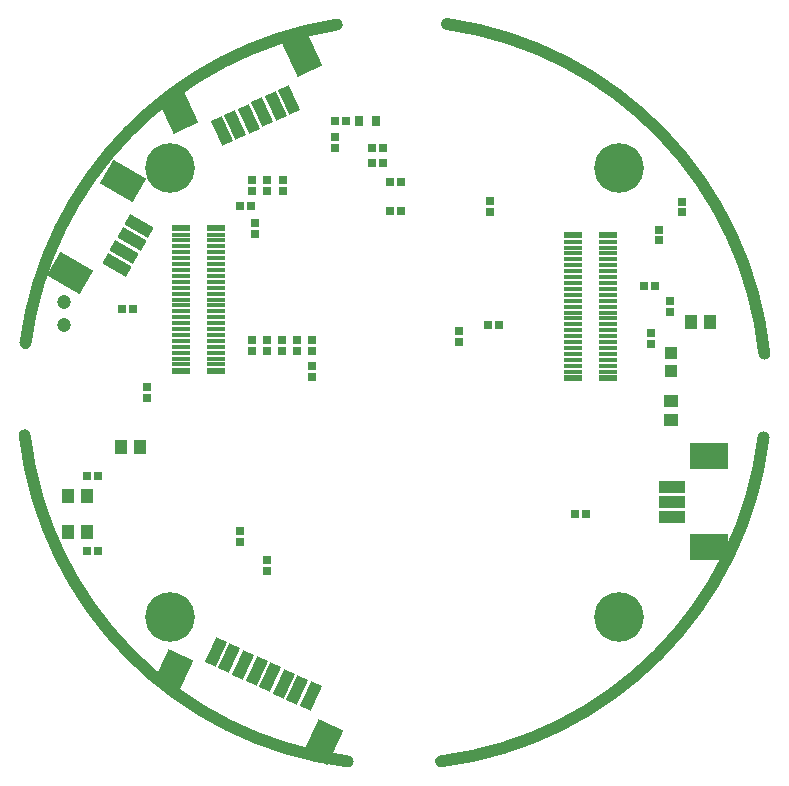
<source format=gbs>
G04*
G04 #@! TF.GenerationSoftware,Altium Limited,Altium Designer,20.0.2 (26)*
G04*
G04 Layer_Color=16711935*
%FSLAX44Y44*%
%MOMM*%
G71*
G01*
G75*
%ADD45C,1.0000*%
%ADD46R,1.0922X1.2192*%
%ADD47R,0.8032X0.7032*%
%ADD50R,0.7032X0.8032*%
%ADD70R,3.2032X2.3032*%
%ADD71R,2.3032X1.0032*%
%ADD73C,1.2032*%
G04:AMPARAMS|DCode=74|XSize=4.2032mm|YSize=4.2032mm|CornerRadius=2.1016mm|HoleSize=0mm|Usage=FLASHONLY|Rotation=0.000|XOffset=0mm|YOffset=0mm|HoleType=Round|Shape=RoundedRectangle|*
%AMROUNDEDRECTD74*
21,1,4.2032,0.0000,0,0,0.0*
21,1,0.0000,4.2032,0,0,0.0*
1,1,4.2032,0.0000,0.0000*
1,1,4.2032,0.0000,0.0000*
1,1,4.2032,0.0000,0.0000*
1,1,4.2032,0.0000,0.0000*
%
%ADD74ROUNDEDRECTD74*%
%ADD94R,1.0160X1.0160*%
G04:AMPARAMS|DCode=95|XSize=3.2032mm|YSize=2.3032mm|CornerRadius=0mm|HoleSize=0mm|Usage=FLASHONLY|Rotation=295.000|XOffset=0mm|YOffset=0mm|HoleType=Round|Shape=Rectangle|*
%AMROTATEDRECTD95*
4,1,4,-1.7206,0.9649,0.3668,1.9382,1.7206,-0.9649,-0.3668,-1.9382,-1.7206,0.9649,0.0*
%
%ADD95ROTATEDRECTD95*%

G04:AMPARAMS|DCode=96|XSize=2.3032mm|YSize=1.0032mm|CornerRadius=0mm|HoleSize=0mm|Usage=FLASHONLY|Rotation=295.000|XOffset=0mm|YOffset=0mm|HoleType=Round|Shape=Rectangle|*
%AMROTATEDRECTD96*
4,1,4,-0.9413,0.8317,-0.0321,1.2557,0.9413,-0.8317,0.0321,-1.2557,-0.9413,0.8317,0.0*
%
%ADD96ROTATEDRECTD96*%

%ADD97R,0.8032X0.9032*%
%ADD98R,1.5532X0.5032*%
%ADD99R,1.5532X0.4532*%
G04:AMPARAMS|DCode=100|XSize=2.3032mm|YSize=1.0032mm|CornerRadius=0mm|HoleSize=0mm|Usage=FLASHONLY|Rotation=65.000|XOffset=0mm|YOffset=0mm|HoleType=Round|Shape=Rectangle|*
%AMROTATEDRECTD100*
4,1,4,-0.0321,-1.2557,-0.9413,-0.8317,0.0321,1.2557,0.9413,0.8317,-0.0321,-1.2557,0.0*
%
%ADD100ROTATEDRECTD100*%

G04:AMPARAMS|DCode=101|XSize=3.2032mm|YSize=2.3032mm|CornerRadius=0mm|HoleSize=0mm|Usage=FLASHONLY|Rotation=65.000|XOffset=0mm|YOffset=0mm|HoleType=Round|Shape=Rectangle|*
%AMROTATEDRECTD101*
4,1,4,0.3668,-1.9382,-1.7206,-0.9649,-0.3668,1.9382,1.7206,0.9649,0.3668,-1.9382,0.0*
%
%ADD101ROTATEDRECTD101*%

%ADD102R,1.2192X1.0922*%
G04:AMPARAMS|DCode=103|XSize=2.3032mm|YSize=1.0032mm|CornerRadius=0mm|HoleSize=0mm|Usage=FLASHONLY|Rotation=330.000|XOffset=0mm|YOffset=0mm|HoleType=Round|Shape=Rectangle|*
%AMROTATEDRECTD103*
4,1,4,-1.2481,0.1414,-0.7465,1.0102,1.2481,-0.1414,0.7465,-1.0102,-1.2481,0.1414,0.0*
%
%ADD103ROTATEDRECTD103*%

G04:AMPARAMS|DCode=104|XSize=3.2032mm|YSize=2.3032mm|CornerRadius=0mm|HoleSize=0mm|Usage=FLASHONLY|Rotation=330.000|XOffset=0mm|YOffset=0mm|HoleType=Round|Shape=Rectangle|*
%AMROTATEDRECTD104*
4,1,4,-1.9628,-0.1965,-0.8112,1.7981,1.9628,0.1965,0.8112,-1.7981,-1.9628,-0.1965,0.0*
%
%ADD104ROTATEDRECTD104*%

D45*
X-48668Y311218D02*
G03*
X-312249Y41541I48668J-311218D01*
G01*
X313297Y32714D02*
G03*
X44548Y311834I-313297J-32714D01*
G01*
X-312887Y-36424D02*
G03*
X-39542Y-312508I312887J36424D01*
G01*
X39542D02*
G03*
X312683Y-38132I-39542J312508D01*
G01*
D46*
X267081Y59690D02*
D03*
X251079D02*
D03*
X-275971Y-87630D02*
D03*
X-259969D02*
D03*
X-275971Y-118110D02*
D03*
X-259969D02*
D03*
X-231101Y-45974D02*
D03*
X-215099D02*
D03*
D47*
X-82550Y43870D02*
D03*
Y34870D02*
D03*
X-69850D02*
D03*
Y43870D02*
D03*
Y22280D02*
D03*
Y13280D02*
D03*
X-95250Y43870D02*
D03*
Y34870D02*
D03*
X-107950Y43870D02*
D03*
Y34870D02*
D03*
X-120650Y43870D02*
D03*
Y34870D02*
D03*
X-93980Y179760D02*
D03*
Y170760D02*
D03*
X223930Y137640D02*
D03*
Y128640D02*
D03*
X-118110Y142930D02*
D03*
Y133930D02*
D03*
X217430Y50220D02*
D03*
Y41220D02*
D03*
X233680Y68000D02*
D03*
Y77000D02*
D03*
X80870Y152980D02*
D03*
Y161980D02*
D03*
X-107950Y-151336D02*
D03*
Y-142336D02*
D03*
Y179760D02*
D03*
Y170760D02*
D03*
X-120650Y179760D02*
D03*
Y170760D02*
D03*
X-50187Y207146D02*
D03*
Y216146D02*
D03*
X243430Y161290D02*
D03*
Y152290D02*
D03*
X54870Y42490D02*
D03*
Y51490D02*
D03*
X-209550Y4500D02*
D03*
Y-4500D02*
D03*
X-130810Y-126490D02*
D03*
Y-117490D02*
D03*
D50*
X161980Y-102870D02*
D03*
X152980D02*
D03*
X-221560Y70676D02*
D03*
X-230560D02*
D03*
X88320Y57150D02*
D03*
X79320D02*
D03*
X211400Y90170D02*
D03*
X220400D02*
D03*
X-18470Y207010D02*
D03*
X-9470D02*
D03*
X-3230Y177800D02*
D03*
X5770D02*
D03*
X-130230Y157480D02*
D03*
X-121230D02*
D03*
X-41220Y229870D02*
D03*
X-50220D02*
D03*
X-250770Y-134690D02*
D03*
X-259770D02*
D03*
X-250770Y-71190D02*
D03*
X-259770D02*
D03*
X-9470Y194310D02*
D03*
X-18470D02*
D03*
X5770Y153701D02*
D03*
X-3230D02*
D03*
D70*
X266579Y-54010D02*
D03*
Y-131410D02*
D03*
D71*
X235579Y-105210D02*
D03*
Y-92710D02*
D03*
Y-80210D02*
D03*
D73*
X-279400Y57150D02*
D03*
Y76200D02*
D03*
D74*
X-190000Y-190000D02*
D03*
X190000D02*
D03*
Y190000D02*
D03*
X-190000D02*
D03*
D94*
X233999Y33020D02*
D03*
Y17780D02*
D03*
D95*
X-78354Y286752D02*
D03*
X-182942Y237982D02*
D03*
D96*
X-89043Y247563D02*
D03*
X-100372Y242280D02*
D03*
X-134721Y226263D02*
D03*
X-146050Y220980D02*
D03*
X-123211Y231630D02*
D03*
X-111882Y236913D02*
D03*
D97*
X-29960Y229870D02*
D03*
X-15760D02*
D03*
D98*
X-180750Y18250D02*
D03*
X-151250D02*
D03*
X-180750Y138750D02*
D03*
X-151250D02*
D03*
X151250Y12250D02*
D03*
X180750D02*
D03*
X151250Y132750D02*
D03*
X180750D02*
D03*
D99*
X-180750Y23500D02*
D03*
X-151250D02*
D03*
X-180750Y28500D02*
D03*
X-151250D02*
D03*
X-180750Y33500D02*
D03*
X-151250D02*
D03*
X-180750Y38500D02*
D03*
X-151250D02*
D03*
X-180750Y43500D02*
D03*
X-151250D02*
D03*
X-180750Y48500D02*
D03*
X-151250D02*
D03*
X-180750Y53500D02*
D03*
X-151250D02*
D03*
X-180750Y58500D02*
D03*
X-151250D02*
D03*
X-180750Y63500D02*
D03*
X-151250D02*
D03*
X-180750Y68500D02*
D03*
X-151250D02*
D03*
X-180750Y73500D02*
D03*
X-151250D02*
D03*
X-180750Y78500D02*
D03*
X-151250D02*
D03*
X-180750Y83500D02*
D03*
X-151250D02*
D03*
X-180750Y88500D02*
D03*
X-151250D02*
D03*
X-180750Y93500D02*
D03*
X-151250D02*
D03*
X-180750Y98500D02*
D03*
X-151250D02*
D03*
X-180750Y103500D02*
D03*
X-151250D02*
D03*
X-180750Y108500D02*
D03*
X-151250D02*
D03*
X-180750Y113500D02*
D03*
X-151250D02*
D03*
X-180750Y118500D02*
D03*
X-151250D02*
D03*
X-180750Y123500D02*
D03*
X-151250D02*
D03*
X-180750Y128500D02*
D03*
X-151250D02*
D03*
X-180750Y133500D02*
D03*
X-151250D02*
D03*
X151250Y17500D02*
D03*
X180750D02*
D03*
X151250Y22500D02*
D03*
X180750D02*
D03*
X151250Y27500D02*
D03*
X180750D02*
D03*
X151250Y32500D02*
D03*
X180750D02*
D03*
X151250Y37500D02*
D03*
X180750D02*
D03*
X151250Y42500D02*
D03*
X180750D02*
D03*
X151250Y47500D02*
D03*
X180750D02*
D03*
X151250Y52500D02*
D03*
X180750D02*
D03*
X151250Y57500D02*
D03*
X180750D02*
D03*
X151250Y62500D02*
D03*
X180750D02*
D03*
X151250Y67500D02*
D03*
X180750D02*
D03*
X151250Y72500D02*
D03*
X180750D02*
D03*
X151250Y77500D02*
D03*
X180750D02*
D03*
X151250Y82500D02*
D03*
X180750D02*
D03*
X151250Y87500D02*
D03*
X180750D02*
D03*
X151250Y92500D02*
D03*
X180750D02*
D03*
X151250Y97500D02*
D03*
X180750D02*
D03*
X151250Y102500D02*
D03*
X180750D02*
D03*
X151250Y107500D02*
D03*
X180750D02*
D03*
X151250Y112500D02*
D03*
X180750D02*
D03*
X151250Y117500D02*
D03*
X180750D02*
D03*
X151250Y122500D02*
D03*
X180750D02*
D03*
X151250Y127500D02*
D03*
X180750D02*
D03*
D100*
X-151010Y-219939D02*
D03*
X-139500Y-225306D02*
D03*
X-70620Y-257425D02*
D03*
X-82131Y-252058D02*
D03*
X-116480Y-236041D02*
D03*
X-105151Y-241324D02*
D03*
X-93641Y-246691D02*
D03*
X-127990Y-230674D02*
D03*
D101*
X-187720Y-237025D02*
D03*
X-60112Y-296530D02*
D03*
D102*
X233999Y-23241D02*
D03*
Y-7239D02*
D03*
D103*
X-234712Y108092D02*
D03*
X-228462Y118917D02*
D03*
X-222212Y129743D02*
D03*
X-215962Y140568D02*
D03*
D104*
X-229683Y178801D02*
D03*
X-274683Y100859D02*
D03*
M02*

</source>
